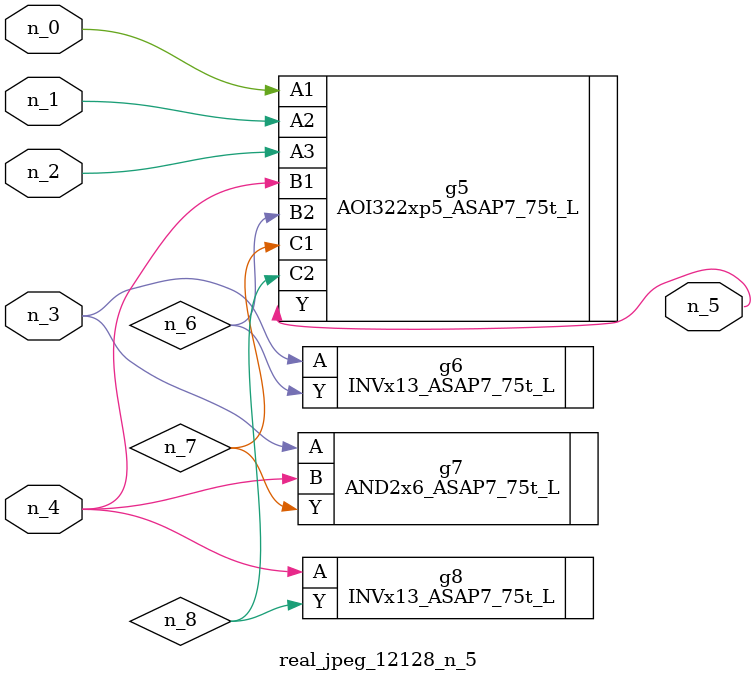
<source format=v>
module real_jpeg_12128_n_5 (n_4, n_0, n_1, n_2, n_3, n_5);

input n_4;
input n_0;
input n_1;
input n_2;
input n_3;

output n_5;

wire n_8;
wire n_6;
wire n_7;

AOI322xp5_ASAP7_75t_L g5 ( 
.A1(n_0),
.A2(n_1),
.A3(n_2),
.B1(n_4),
.B2(n_6),
.C1(n_7),
.C2(n_8),
.Y(n_5)
);

INVx13_ASAP7_75t_L g6 ( 
.A(n_3),
.Y(n_6)
);

AND2x6_ASAP7_75t_L g7 ( 
.A(n_3),
.B(n_4),
.Y(n_7)
);

INVx13_ASAP7_75t_L g8 ( 
.A(n_4),
.Y(n_8)
);


endmodule
</source>
